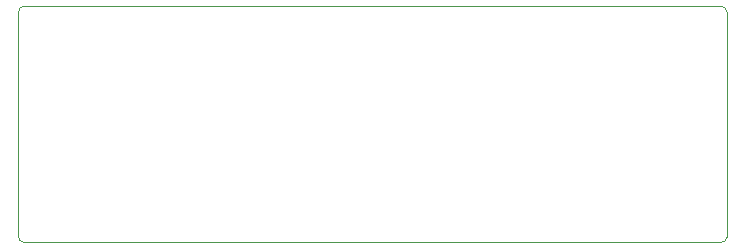
<source format=gm1>
G04 #@! TF.GenerationSoftware,KiCad,Pcbnew,(6.0.10)*
G04 #@! TF.CreationDate,2023-02-04T17:17:42+01:00*
G04 #@! TF.ProjectId,Lumissil_IS31FL3742A_breakout,4c756d69-7373-4696-9c5f-49533331464c,rev?*
G04 #@! TF.SameCoordinates,Original*
G04 #@! TF.FileFunction,Profile,NP*
%FSLAX46Y46*%
G04 Gerber Fmt 4.6, Leading zero omitted, Abs format (unit mm)*
G04 Created by KiCad (PCBNEW (6.0.10)) date 2023-02-04 17:17:42*
%MOMM*%
%LPD*%
G01*
G04 APERTURE LIST*
G04 #@! TA.AperFunction,Profile*
%ADD10C,0.100000*%
G04 #@! TD*
G04 APERTURE END LIST*
D10*
X62500000Y-35500000D02*
X121500000Y-35500000D01*
X62500000Y-35500000D02*
G75*
G03*
X62000000Y-36000000I0J-500000D01*
G01*
X62000000Y-55000000D02*
G75*
G03*
X62500000Y-55500000I500000J0D01*
G01*
X62000000Y-55000000D02*
X62000000Y-36000000D01*
X121500000Y-55500000D02*
X62500000Y-55500000D01*
X122000000Y-36000000D02*
X122000000Y-55000000D01*
X122000000Y-36000000D02*
G75*
G03*
X121500000Y-35500000I-500000J0D01*
G01*
X121500000Y-55500000D02*
G75*
G03*
X122000000Y-55000000I0J500000D01*
G01*
M02*

</source>
